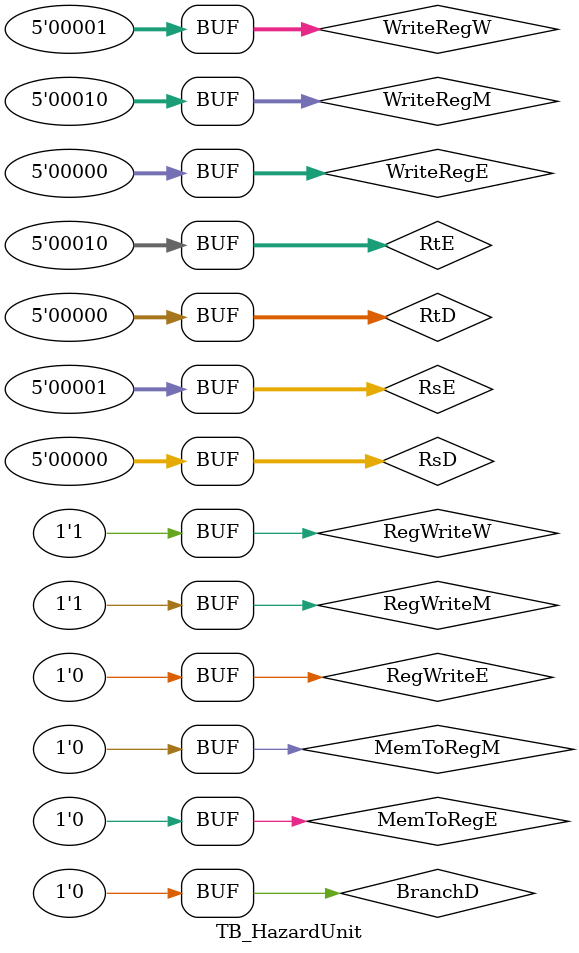
<source format=v>
`timescale 1ns / 1ps


module TB_HazardUnit;

	// Inputs
	reg [4:0] RsD;
	reg [4:0] RtD;
	reg [4:0] RsE;
	reg [4:0] RtE;
	reg [4:0] WriteRegE;
	reg [4:0] WriteRegM;
	reg [4:0] WriteRegW;
	reg RegWriteE;
	reg RegWriteM;
	reg RegWriteW;
	reg MemToRegE;
	reg MemToRegM;
	reg BranchD;

	// Outputs
	wire StallF;
	wire StallD;
	wire ForwardAD;
	wire ForwardBD;
	wire FlushE;
	wire [1:0] ForwardAE;
	wire [1:0] ForwardBE;

	// Instantiate the Unit Under Test (UUT)
	HazardUnit uut (
		.RsD(RsD), 
		.RtD(RtD), 
		.RsE(RsE), 
		.RtE(RtE), 
		.WriteRegE(WriteRegE), 
		.WriteRegM(WriteRegM), 
		.WriteRegW(WriteRegW), 
		.RegWriteE(RegWriteE), 
		.RegWriteM(RegWriteM), 
		.RegWriteW(RegWriteW), 
		.MemToRegE(MemToRegE), 
		.MemToRegM(MemToRegM), 
		.BranchD(BranchD), 
		.StallF(StallF), 
		.StallD(StallD), 
		.ForwardAD(ForwardAD), 
		.ForwardBD(ForwardBD), 
		.FlushE(FlushE), 
		.ForwardAE(ForwardAE), 
		.ForwardBE(ForwardBE)
	);

	initial begin
		// Initialize Inputs
		RsD = 0;
		RtD = 0;
		RsE = 0;
		RtE = 0;
		WriteRegE = 0;
		WriteRegM = 0;
		WriteRegW = 0;
		RegWriteE = 0;
		RegWriteM = 0;
		RegWriteW = 0;
		MemToRegE = 0;
		MemToRegM = 0;
		BranchD = 0;

		// Wait 100 ns for global reset to finish
		#100;
        
		// Add stimulus here
		#10
		RtE=2;
		WriteRegM=2;
		RegWriteM=1;
		RsE=1;
		WriteRegW=1;
		RegWriteW=1;
		
		

	end
      
endmodule


</source>
